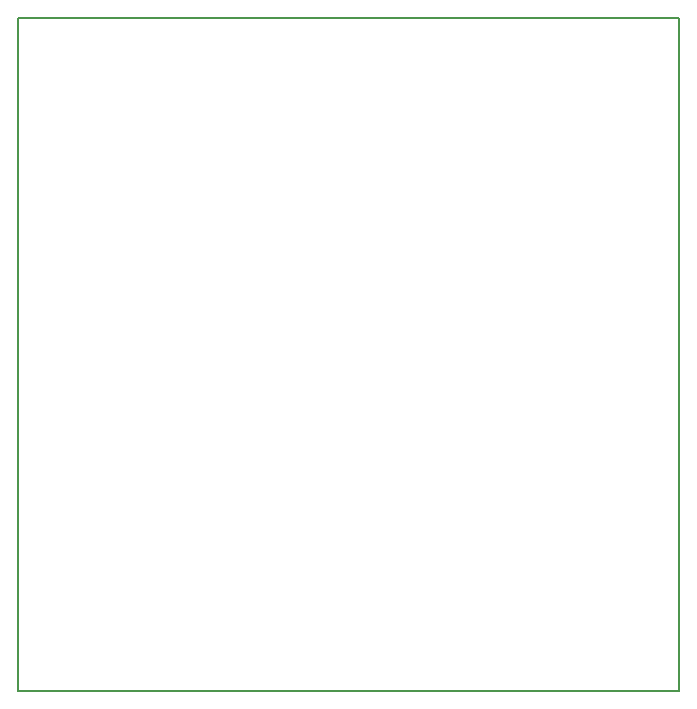
<source format=gbr>
G04 #@! TF.GenerationSoftware,KiCad,Pcbnew,5.0.2-bee76a0~70~ubuntu18.10.1*
G04 #@! TF.CreationDate,2019-05-18T18:43:21+02:00*
G04 #@! TF.ProjectId,interruptor,696e7465-7272-4757-9074-6f722e6b6963,rev?*
G04 #@! TF.SameCoordinates,Original*
G04 #@! TF.FileFunction,Profile,NP*
%FSLAX46Y46*%
G04 Gerber Fmt 4.6, Leading zero omitted, Abs format (unit mm)*
G04 Created by KiCad (PCBNEW 5.0.2-bee76a0~70~ubuntu18.10.1) date sáb 18 may 2019 18:43:21 CEST*
%MOMM*%
%LPD*%
G01*
G04 APERTURE LIST*
%ADD10C,0.200000*%
G04 APERTURE END LIST*
D10*
X85000000Y-118000000D02*
X85000000Y-61000000D01*
X141000000Y-118000000D02*
X85000000Y-118000000D01*
X141000000Y-61000000D02*
X141000000Y-118000000D01*
X85000000Y-61000000D02*
X141000000Y-61000000D01*
M02*

</source>
